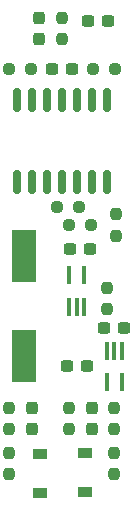
<source format=gtp>
G04 #@! TF.GenerationSoftware,KiCad,Pcbnew,6.0.11-2627ca5db0~126~ubuntu20.04.1*
G04 #@! TF.CreationDate,2023-03-12T13:39:06+01:00*
G04 #@! TF.ProjectId,analog-moist-sensor,616e616c-6f67-42d6-9d6f-6973742d7365,rev?*
G04 #@! TF.SameCoordinates,Original*
G04 #@! TF.FileFunction,Paste,Top*
G04 #@! TF.FilePolarity,Positive*
%FSLAX46Y46*%
G04 Gerber Fmt 4.6, Leading zero omitted, Abs format (unit mm)*
G04 Created by KiCad (PCBNEW 6.0.11-2627ca5db0~126~ubuntu20.04.1) date 2023-03-12 13:39:06*
%MOMM*%
%LPD*%
G01*
G04 APERTURE LIST*
G04 Aperture macros list*
%AMRoundRect*
0 Rectangle with rounded corners*
0 $1 Rounding radius*
0 $2 $3 $4 $5 $6 $7 $8 $9 X,Y pos of 4 corners*
0 Add a 4 corners polygon primitive as box body*
4,1,4,$2,$3,$4,$5,$6,$7,$8,$9,$2,$3,0*
0 Add four circle primitives for the rounded corners*
1,1,$1+$1,$2,$3*
1,1,$1+$1,$4,$5*
1,1,$1+$1,$6,$7*
1,1,$1+$1,$8,$9*
0 Add four rect primitives between the rounded corners*
20,1,$1+$1,$2,$3,$4,$5,0*
20,1,$1+$1,$4,$5,$6,$7,0*
20,1,$1+$1,$6,$7,$8,$9,0*
20,1,$1+$1,$8,$9,$2,$3,0*%
G04 Aperture macros list end*
%ADD10RoundRect,0.237500X0.250000X0.237500X-0.250000X0.237500X-0.250000X-0.237500X0.250000X-0.237500X0*%
%ADD11RoundRect,0.237500X-0.237500X0.250000X-0.237500X-0.250000X0.237500X-0.250000X0.237500X0.250000X0*%
%ADD12RoundRect,0.237500X0.237500X-0.300000X0.237500X0.300000X-0.237500X0.300000X-0.237500X-0.300000X0*%
%ADD13RoundRect,0.237500X-0.250000X-0.237500X0.250000X-0.237500X0.250000X0.237500X-0.250000X0.237500X0*%
%ADD14RoundRect,0.237500X0.300000X0.237500X-0.300000X0.237500X-0.300000X-0.237500X0.300000X-0.237500X0*%
%ADD15RoundRect,0.237500X0.237500X-0.250000X0.237500X0.250000X-0.237500X0.250000X-0.237500X-0.250000X0*%
%ADD16RoundRect,0.237500X-0.237500X0.300000X-0.237500X-0.300000X0.237500X-0.300000X0.237500X0.300000X0*%
%ADD17RoundRect,0.237500X-0.300000X-0.237500X0.300000X-0.237500X0.300000X0.237500X-0.300000X0.237500X0*%
%ADD18R,1.200000X0.900000*%
%ADD19RoundRect,0.150000X-0.150000X0.837500X-0.150000X-0.837500X0.150000X-0.837500X0.150000X0.837500X0*%
%ADD20R,0.400000X1.500000*%
%ADD21R,2.000000X4.500000*%
G04 APERTURE END LIST*
D10*
X108100500Y-48768000D03*
X106275500Y-48768000D03*
D11*
X102235000Y-65762500D03*
X102235000Y-67587500D03*
D12*
X109220000Y-67537500D03*
X109220000Y-65812500D03*
D11*
X111252000Y-49379500D03*
X111252000Y-51204500D03*
D13*
X109323500Y-37084000D03*
X111148500Y-37084000D03*
D11*
X102235000Y-69572500D03*
X102235000Y-71397500D03*
D13*
X102211500Y-37084000D03*
X104036500Y-37084000D03*
D14*
X110590500Y-33020000D03*
X108865500Y-33020000D03*
D12*
X104140000Y-67537500D03*
X104140000Y-65812500D03*
D11*
X110490000Y-55602500D03*
X110490000Y-57427500D03*
D15*
X107315000Y-67587500D03*
X107315000Y-65762500D03*
D14*
X111987500Y-59055000D03*
X110262500Y-59055000D03*
D11*
X111125000Y-69572500D03*
X111125000Y-71397500D03*
D16*
X104775000Y-32792500D03*
X104775000Y-34517500D03*
D14*
X107542500Y-37084000D03*
X105817500Y-37084000D03*
D17*
X107341500Y-52305000D03*
X109066500Y-52305000D03*
D18*
X104810000Y-69650000D03*
X104810000Y-72950000D03*
D19*
X110490000Y-39717500D03*
X109220000Y-39717500D03*
X107950000Y-39717500D03*
X106680000Y-39717500D03*
X105410000Y-39717500D03*
X104140000Y-39717500D03*
X102870000Y-39717500D03*
X102870000Y-46642500D03*
X104140000Y-46642500D03*
X105410000Y-46642500D03*
X106680000Y-46642500D03*
X107950000Y-46642500D03*
X109220000Y-46642500D03*
X110490000Y-46642500D03*
D20*
X111775000Y-60940000D03*
X111125000Y-60940000D03*
X110475000Y-60940000D03*
X110475000Y-63600000D03*
X111775000Y-63600000D03*
D18*
X108620000Y-72900000D03*
X108620000Y-69600000D03*
D20*
X107300000Y-57210000D03*
X107950000Y-57210000D03*
X108600000Y-57210000D03*
X108600000Y-54550000D03*
X107300000Y-54550000D03*
D17*
X107087500Y-62230000D03*
X108812500Y-62230000D03*
D10*
X109116500Y-50292000D03*
X107291500Y-50292000D03*
D21*
X103505000Y-61400000D03*
X103505000Y-52900000D03*
D11*
X111125000Y-65762500D03*
X111125000Y-67587500D03*
X106680000Y-32742500D03*
X106680000Y-34567500D03*
M02*

</source>
